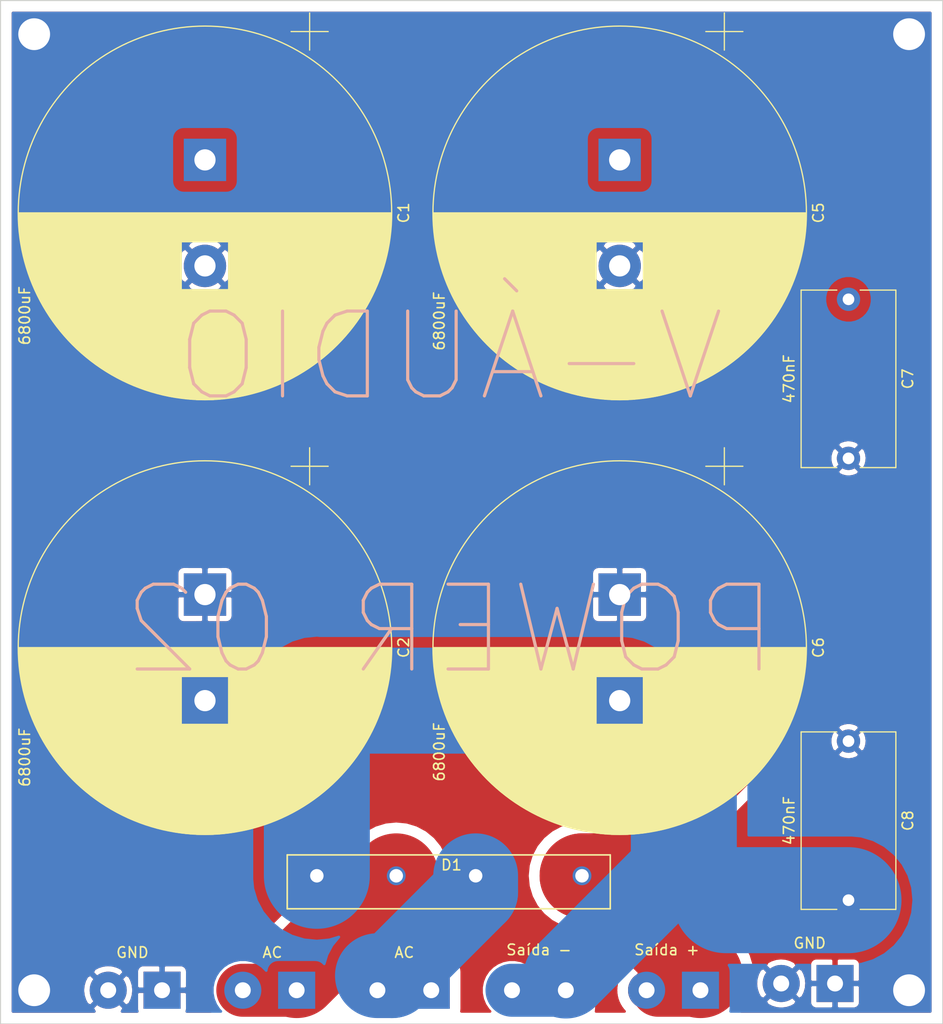
<source format=kicad_pcb>
(kicad_pcb (version 20171130) (host pcbnew "(5.1.6)-1")
  (layers (0 F.Cu signal hide) (31 B.Cu signal) (34 B.Paste user) (35 F.Paste user) (36 B.SilkS user) (37 F.SilkS user) (38 B.Mask user hide) (39 F.Mask user hide) (44 Edge.Cuts user))
  (net 0 "")
  (net 1 "Net-(C1-Pad1)")
  (net 2 "Net-(C2-Pad2)")
  (net 3 /AC1)
  (net 4 GND)
  (net 5 "Net-(AC1_1-Pad1)")
  (module Capacitor_THT:C_Rect_L16.5mm_W8.7mm_P15.00mm_MKT (layer F.Cu) (at 172.72 83.82 270)
    (fp_text reference C8 (at 7.5 -5.6 90) (layer F.SilkS))
    (fp_text value 470nF (at 7.5 5.6 90) (layer F.SilkS))
    (pad 2 thru_hole circle (at 15 0 270) (size 2.2 2.2) (drill 1.1) (layers *.Cu *.Mask) (net 2 "Net-(C2-Pad2)"))
    (pad 1 thru_hole circle (at 0 0 270) (size 2.2 2.2) (drill 1.1) (layers *.Cu *.Mask) (net 4 GND))
  )
  (module Capacitor_THT:C_Rect_L16.5mm_W8.7mm_P15.00mm_MKT (layer F.Cu) (at 172.72 42.15 270)
    (fp_text reference C7 (at 7.5 -5.6 90) (layer F.SilkS))
    (fp_text value 470nF (at 7.5 5.6 90) (layer F.SilkS))
    (pad 2 thru_hole circle (at 15 0 270) (size 2.2 2.2) (drill 1.1) (layers *.Cu *.Mask) (net 4 GND))
    (pad 1 thru_hole circle (at 0 0 270) (size 2.2 2.2) (drill 1.1) (layers *.Cu *.Mask) (net 1 "Net-(C1-Pad1)"))
  )
  (module Connector_Wire:SolderWirePad_1x02_P5.08mm_Drill1.5mm (layer F.Cu) (at 146.05 107.315 180)
    (fp_text reference "Saída -" (at 2.54 3.81) (layer F.SilkS))
    (fp_text value Conn_Coaxial hide)
    (pad 2 thru_hole circle (at 5.08 0 180) (size 3.50012 3.50012) (drill 1.50114) (layers *.Cu *.Mask) (net 2 "Net-(C2-Pad2)"))
    (pad 1 thru_hole rect (at 0 0 180) (size 3.50012 3.50012) (drill 1.50114) (layers *.Cu *.Mask) (net 2 "Net-(C2-Pad2)"))
  )
  (module Connector_Wire:SolderWirePad_1x02_P5.08mm_Drill1.5mm (layer F.Cu) (at 171.45 106.68 180)
    (fp_text reference GND (at 2.39 3.81) (layer F.SilkS))
    (fp_text value Conn_Coaxial hide)
    (pad 2 thru_hole circle (at 5.08 0 180) (size 3.50012 3.50012) (drill 1.50114) (layers *.Cu *.Mask) (net 4 GND))
    (pad 1 thru_hole rect (at 0 0 180) (size 3.50012 3.50012) (drill 1.50114) (layers *.Cu *.Mask) (net 4 GND))
  )
  (module Connector_Wire:SolderWirePad_1x02_P5.08mm_Drill1.5mm (layer F.Cu) (at 158.75 107.315 180)
    (fp_text reference "Saída +" (at 3.17 3.81) (layer F.SilkS))
    (fp_text value Conn_Coaxial hide)
    (pad 2 thru_hole circle (at 5.08 0 180) (size 3.50012 3.50012) (drill 1.50114) (layers *.Cu *.Mask) (net 1 "Net-(C1-Pad1)"))
    (pad 1 thru_hole rect (at 0 0 180) (size 3.50012 3.50012) (drill 1.50114) (layers *.Cu *.Mask) (net 1 "Net-(C1-Pad1)"))
  )
  (module Connector_Wire:SolderWirePad_1x02_P5.08mm_Drill1.5mm (layer F.Cu) (at 107.95 107.315 180)
    (fp_text reference GND (at 2.794 3.556) (layer F.SilkS))
    (fp_text value Conn_Coaxial hide)
    (pad 2 thru_hole circle (at 5.08 0 180) (size 3.50012 3.50012) (drill 1.50114) (layers *.Cu *.Mask) (net 4 GND))
    (pad 1 thru_hole rect (at 0 0 180) (size 3.50012 3.50012) (drill 1.50114) (layers *.Cu *.Mask) (net 4 GND))
  )
  (module Connector_Wire:SolderWirePad_1x02_P5.08mm_Drill1.5mm (layer F.Cu) (at 133.35 107.315 180)
    (fp_text reference AC (at 2.54 3.556) (layer F.SilkS))
    (fp_text value Conn_Coaxial hide)
    (pad 2 thru_hole circle (at 5.08 0 180) (size 3.50012 3.50012) (drill 1.50114) (layers *.Cu *.Mask) (net 3 /AC1))
    (pad 1 thru_hole rect (at 0 0 180) (size 3.50012 3.50012) (drill 1.50114) (layers *.Cu *.Mask) (net 3 /AC1))
  )
  (module Connector_Wire:SolderWirePad_1x02_P5.08mm_Drill1.5mm (layer F.Cu) (at 120.65 107.315 180)
    (fp_text reference AC (at 2.286 3.556) (layer F.SilkS))
    (fp_text value Conn_Coaxial hide)
    (pad 2 thru_hole circle (at 5.08 0 180) (size 3.50012 3.50012) (drill 1.50114) (layers *.Cu *.Mask) (net 5 "Net-(AC1_1-Pad1)"))
    (pad 1 thru_hole rect (at 0 0 180) (size 3.50012 3.50012) (drill 1.50114) (layers *.Cu *.Mask) (net 5 "Net-(AC1_1-Pad1)"))
  )
  (module gbj:GBJ3510-BP (layer F.Cu) (at 147.574 96.52 180)
    (fp_text reference D1 (at 12.319 1.016) (layer F.SilkS))
    (fp_text value D_Bridge_+-AA hide)
    (pad 4 thru_hole circle (at 25.019 0 180) (size 1.778 1.778) (drill 1.27) (layers *.Cu *.Mask) (net 2 "Net-(C2-Pad2)"))
    (pad 3 thru_hole circle (at 17.526 0 180) (size 1.778 1.778) (drill 1.27) (layers *.Cu *.Mask) (net 5 "Net-(AC1_1-Pad1)"))
    (pad 2 thru_hole circle (at 10.033 0 180) (size 1.778 1.778) (drill 1.27) (layers *.Cu *.Mask) (net 3 /AC1))
    (pad 1 thru_hole circle (at 0 0 180) (size 1.778 1.778) (drill 1.27) (layers *.Cu *.Mask) (net 1 "Net-(C1-Pad1)"))
  )
  (module Capacitor_THT:CP_Radial_D35.0mm_P10.00mm_SnapIn (layer F.Cu) (at 151.13 70 270)
    (fp_text reference C6 (at 5 -18.75 90) (layer F.SilkS))
    (fp_text value 6800uF (at 14.836 17.018 90) (layer F.SilkS))
    (pad 2 thru_hole circle (at 10 0 270) (size 4 4) (drill 2) (layers *.Cu *.Mask) (net 2 "Net-(C2-Pad2)"))
    (pad 1 thru_hole rect (at 0 0 270) (size 4 4) (drill 2) (layers *.Cu *.Mask) (net 4 GND))
  )
  (module Capacitor_THT:CP_Radial_D35.0mm_P10.00mm_SnapIn (layer F.Cu) (at 151.13 29 270)
    (fp_text reference C5 (at 5 -18.75 90) (layer F.SilkS))
    (fp_text value 6800uF (at 15.196 17.018 90) (layer F.SilkS))
    (pad 2 thru_hole circle (at 10 0 270) (size 4 4) (drill 2) (layers *.Cu *.Mask) (net 4 GND))
    (pad 1 thru_hole rect (at 0 0 270) (size 4 4) (drill 2) (layers *.Cu *.Mask) (net 1 "Net-(C1-Pad1)"))
  )
  (module Capacitor_THT:CP_Radial_D35.0mm_P10.00mm_SnapIn (layer F.Cu) (at 112 70 270)
    (fp_text reference C2 (at 5 -18.75 90) (layer F.SilkS))
    (fp_text value 6800uF (at 15.344 17.004 90) (layer F.SilkS))
    (pad 2 thru_hole circle (at 10 0 270) (size 4 4) (drill 2) (layers *.Cu *.Mask) (net 2 "Net-(C2-Pad2)"))
    (pad 1 thru_hole rect (at 0 0 270) (size 4 4) (drill 2) (layers *.Cu *.Mask) (net 4 GND))
  )
  (module Capacitor_THT:CP_Radial_D35.0mm_P10.00mm_SnapIn (layer F.Cu) (at 112 29 270)
    (fp_text reference C1 (at 5 -18.75 90) (layer F.SilkS))
    (fp_text value 6800uF (at 14.688 17.004 90) (layer F.SilkS))
    (pad 2 thru_hole circle (at 10 0 270) (size 4 4) (drill 2) (layers *.Cu *.Mask) (net 4 GND))
    (pad 1 thru_hole rect (at 0 0 270) (size 4 4) (drill 2) (layers *.Cu *.Mask) (net 1 "Net-(C1-Pad1)"))
  )
  (gr_line (start 181.61 13.97) (end 181.61 110.49) (layer Edge.Cuts) (width 0.1))
  (gr_line (start 92.71 13.97) (end 181.61 13.97) (layer Edge.Cuts) (width 0.1))
  (gr_line (start 92.71 110.49) (end 92.71 13.97) (layer Edge.Cuts) (width 0.1))
  (gr_line (start 181.61 110.49) (end 92.71 110.49) (layer Edge.Cuts) (width 0.1))
  (gr_text "V-ÁUDIO\n\nPOWER 02" (at 135.128 60.452) (layer B.SilkS) (effects (font (size 8 8) (thickness 0.3)) (justify mirror)))
  (segment (start 153.67 90.424) (end 153.67 96.52) (width 3.5) (layer F.Cu) (net 1))
  (segment (start 153.67 107.315) (end 154.7496 107.315) (width 3.5) (layer F.Cu) (net 1))
  (segment (start 158.75 107.315) (end 154.7496 107.315) (width 5) (layer F.Cu) (net 1))
  (segment (start 153.67 96.52) (end 147.574 96.52) (width 8) (layer F.Cu) (net 1))
  (segment (start 171.7502 43.1198) (end 161.8424 53.0276) (width 10) (layer F.Cu) (net 1))
  (segment (start 161.8424 53.0276) (end 161.8424 82.2516) (width 10) (layer F.Cu) (net 1))
  (segment (start 161.8424 82.2516) (end 153.67 90.424) (width 10) (layer F.Cu) (net 1))
  (segment (start 171.7502 43.1198) (end 172.72 42.15) (width 8) (layer F.Cu) (net 1))
  (segment (start 157.6303 29) (end 171.7502 43.1198) (width 10) (layer F.Cu) (net 1))
  (segment (start 151.13 29) (end 157.6303 29) (width 8) (layer F.Cu) (net 1))
  (segment (start 112 29) (end 151.13 29) (width 10) (layer F.Cu) (net 1))
  (segment (start 149.33001 96.52) (end 158.75 105.93999) (width 8) (layer F.Cu) (net 1))
  (segment (start 147.574 96.52) (end 149.33001 96.52) (width 8) (layer F.Cu) (net 1))
  (segment (start 122.555 80) (end 151.13 80) (width 10) (layer B.Cu) (net 2))
  (segment (start 112 80) (end 122.555 80) (width 8) (layer B.Cu) (net 2))
  (segment (start 122.555 80) (end 122.555 96.52) (width 10) (layer B.Cu) (net 2))
  (segment (start 140.97 107.315) (end 146.05 107.315) (width 5) (layer B.Cu) (net 2))
  (segment (start 157.1826 94.847) (end 146.05 105.9796) (width 8) (layer B.Cu) (net 2))
  (segment (start 172.72 98.82) (end 161.1556 98.82) (width 10) (layer B.Cu) (net 2))
  (segment (start 161.1556 98.82) (end 157.1826 94.847) (width 8) (layer B.Cu) (net 2))
  (segment (start 157.1826 94.847) (end 157.1826 86.0526) (width 10) (layer B.Cu) (net 2))
  (segment (start 157.1826 86.0526) (end 151.13 80) (width 8) (layer B.Cu) (net 2))
  (segment (start 146.05 105.9796) (end 146.05 107.315) (width 3.5) (layer B.Cu) (net 2))
  (segment (start 129.64501 105.93999) (end 128.27 105.93999) (width 8) (layer B.Cu) (net 3))
  (segment (start 137.541 96.52) (end 137.541 98.044) (width 8) (layer B.Cu) (net 3))
  (segment (start 137.541 98.044) (end 129.64501 105.93999) (width 8) (layer B.Cu) (net 3))
  (via (at 178.435 107.315) (size 4) (drill 3) (layers F.Cu B.Cu) (net 4))
  (via (at 178.435 17.145) (size 4) (drill 3) (layers F.Cu B.Cu) (net 4))
  (via (at 95.885 17.145) (size 4) (drill 3) (layers F.Cu B.Cu) (net 4))
  (via (at 95.885 107.315) (size 4) (drill 3) (layers F.Cu B.Cu) (net 4))
  (segment (start 125.525051 101.064939) (end 120.65 105.93999) (width 8) (layer F.Cu) (net 5))
  (segment (start 126.900061 101.064939) (end 125.525051 101.064939) (width 8) (layer F.Cu) (net 5))
  (segment (start 130.048 96.52) (end 130.048 97.917) (width 8) (layer F.Cu) (net 5))
  (segment (start 130.048 97.917) (end 126.900061 101.064939) (width 8) (layer F.Cu) (net 5))
  (segment (start 115.57 107.315) (end 120.65 107.315) (width 5) (layer F.Cu) (net 5))
  (zone (net 4) (net_name GND) (layer F.Cu) (connect_pads (clearance 1)) (min_thickness 0.254) (fill yes (arc_segments 32) (thermal_gap 0.508) (thermal_bridge_width 0.508))
    (polygon (pts (xy 181.61 110.49) (xy 92.71 110.49) (xy 92.71 13.97) (xy 181.61 13.97)))
  )
  (zone (net 4) (net_name GND) (layer B.Cu) (connect_pads (clearance 1)) (min_thickness 0.254) (fill yes (arc_segments 32) (thermal_gap 0.508) (thermal_bridge_width 0.508))
    (polygon (pts (xy 181.61 110.49) (xy 92.71 110.49) (xy 92.71 13.97) (xy 181.61 13.97)))
  )
)
</source>
